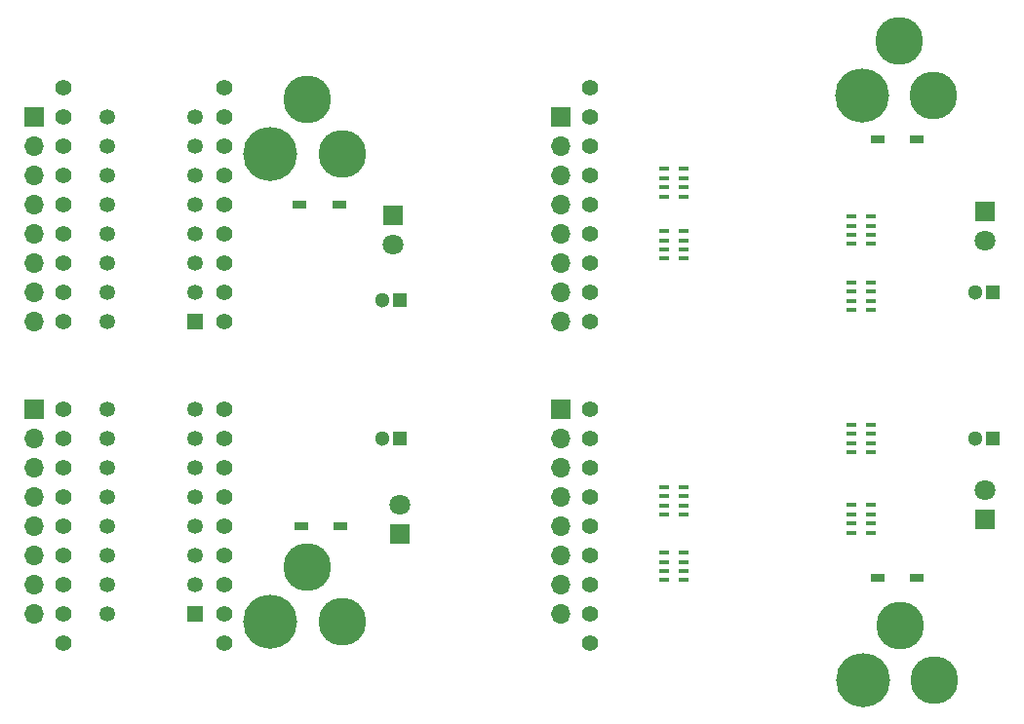
<source format=gbr>
%TF.GenerationSoftware,KiCad,Pcbnew,(6.0.5)*%
%TF.CreationDate,2022-08-11T18:05:33+02:00*%
%TF.ProjectId,Bus Tester,42757320-5465-4737-9465-722e6b696361,rev?*%
%TF.SameCoordinates,Original*%
%TF.FileFunction,Soldermask,Bot*%
%TF.FilePolarity,Negative*%
%FSLAX46Y46*%
G04 Gerber Fmt 4.6, Leading zero omitted, Abs format (unit mm)*
G04 Created by KiCad (PCBNEW (6.0.5)) date 2022-08-11 18:05:33*
%MOMM*%
%LPD*%
G01*
G04 APERTURE LIST*
%ADD10C,1.400000*%
%ADD11R,1.300000X1.300000*%
%ADD12C,1.300000*%
%ADD13C,4.700000*%
%ADD14C,4.150000*%
%ADD15R,1.800000X1.800000*%
%ADD16C,1.800000*%
%ADD17R,1.350000X1.350000*%
%ADD18C,1.350000*%
%ADD19R,1.200000X0.750000*%
%ADD20R,0.900000X0.425000*%
%ADD21R,1.700000X1.700000*%
%ADD22O,1.700000X1.700000*%
G04 APERTURE END LIST*
D10*
%TO.C,RN1*%
X22860000Y-25400000D03*
X22860000Y-27940000D03*
X22860000Y-30480000D03*
X22860000Y-33020000D03*
X22860000Y-35560000D03*
X22860000Y-38100000D03*
X22860000Y-40640000D03*
X22860000Y-43180000D03*
X22860000Y-45720000D03*
%TD*%
D11*
%TO.C,C7*%
X103505000Y-43180000D03*
D12*
X102005000Y-43180000D03*
%TD*%
D13*
%TO.C,J8*%
X92278200Y-76835000D03*
D14*
X95478200Y-72135000D03*
X98478200Y-76835000D03*
%TD*%
D13*
%TO.C,J4*%
X40843200Y-71755000D03*
D14*
X44043200Y-67055000D03*
X47043200Y-71755000D03*
%TD*%
D15*
%TO.C,LED1*%
X52070000Y-64135000D03*
D16*
X52070000Y-61595000D03*
%TD*%
D10*
%TO.C,RN7*%
X68580000Y-25400000D03*
X68580000Y-27940000D03*
X68580000Y-30480000D03*
X68580000Y-33020000D03*
X68580000Y-35560000D03*
X68580000Y-38100000D03*
X68580000Y-40640000D03*
X68580000Y-43180000D03*
X68580000Y-45720000D03*
%TD*%
%TO.C,RN10*%
X68580000Y-53340000D03*
X68580000Y-55880000D03*
X68580000Y-58420000D03*
X68580000Y-60960000D03*
X68580000Y-63500000D03*
X68580000Y-66040000D03*
X68580000Y-68580000D03*
X68580000Y-71120000D03*
X68580000Y-73660000D03*
%TD*%
D17*
%TO.C,DS2*%
X34290000Y-71120000D03*
D18*
X34290000Y-68580000D03*
X34290000Y-66040000D03*
X34290000Y-63500000D03*
X34290000Y-60960000D03*
X34290000Y-58420000D03*
X34290000Y-55880000D03*
X34290000Y-53340000D03*
X26670000Y-53340000D03*
X26670000Y-55880000D03*
X26670000Y-58420000D03*
X26670000Y-60960000D03*
X26670000Y-63500000D03*
X26670000Y-66040000D03*
X26670000Y-68580000D03*
X26670000Y-71120000D03*
%TD*%
D15*
%TO.C,LED2*%
X51435000Y-36512500D03*
D16*
X51435000Y-39052500D03*
%TD*%
D13*
%TO.C,J5*%
X92186000Y-26035000D03*
D14*
X95386000Y-21335000D03*
X98386000Y-26035000D03*
%TD*%
D10*
%TO.C,RN2*%
X36830000Y-25400000D03*
X36830000Y-27940000D03*
X36830000Y-30480000D03*
X36830000Y-33020000D03*
X36830000Y-35560000D03*
X36830000Y-38100000D03*
X36830000Y-40640000D03*
X36830000Y-43180000D03*
X36830000Y-45720000D03*
%TD*%
D17*
%TO.C,DS1*%
X34288000Y-45720000D03*
D18*
X34288000Y-43180000D03*
X34288000Y-40640000D03*
X34288000Y-38100000D03*
X34288000Y-35560000D03*
X34288000Y-33020000D03*
X34288000Y-30480000D03*
X34288000Y-27940000D03*
X26668000Y-27940000D03*
X26668000Y-30480000D03*
X26668000Y-33020000D03*
X26668000Y-35560000D03*
X26668000Y-38100000D03*
X26668000Y-40640000D03*
X26668000Y-43180000D03*
X26668000Y-45720000D03*
%TD*%
D11*
%TO.C,C2*%
X52070000Y-43815000D03*
D12*
X50570000Y-43815000D03*
%TD*%
D13*
%TO.C,J2*%
X40843200Y-31115000D03*
D14*
X44043200Y-26415000D03*
X47043200Y-31115000D03*
%TD*%
D11*
%TO.C,C8*%
X103505000Y-55880000D03*
D12*
X102005000Y-55880000D03*
%TD*%
D10*
%TO.C,RN3*%
X22860000Y-53340000D03*
X22860000Y-55880000D03*
X22860000Y-58420000D03*
X22860000Y-60960000D03*
X22860000Y-63500000D03*
X22860000Y-66040000D03*
X22860000Y-68580000D03*
X22860000Y-71120000D03*
X22860000Y-73660000D03*
%TD*%
D11*
%TO.C,C4*%
X52070000Y-55880000D03*
D12*
X50570000Y-55880000D03*
%TD*%
D15*
%TO.C,LED4*%
X102870000Y-62865000D03*
D16*
X102870000Y-60325000D03*
%TD*%
D15*
%TO.C,LED3*%
X102870000Y-36190000D03*
D16*
X102870000Y-38730000D03*
%TD*%
D10*
%TO.C,RN4*%
X36830000Y-53340000D03*
X36830000Y-55880000D03*
X36830000Y-58420000D03*
X36830000Y-60960000D03*
X36830000Y-63500000D03*
X36830000Y-66040000D03*
X36830000Y-68580000D03*
X36830000Y-71120000D03*
X36830000Y-73660000D03*
%TD*%
D19*
%TO.C,D6*%
X96950000Y-67945000D03*
X93550000Y-67945000D03*
%TD*%
D20*
%TO.C,RN8*%
X92925000Y-36582500D03*
X92925000Y-37382500D03*
X92925000Y-38182500D03*
X92925000Y-38982500D03*
X91225000Y-38982500D03*
X91225000Y-38182500D03*
X91225000Y-37382500D03*
X91225000Y-36582500D03*
%TD*%
D21*
%TO.C,J1*%
X20320000Y-27940000D03*
D22*
X20320000Y-30480000D03*
X20320000Y-33020000D03*
X20320000Y-35560000D03*
X20320000Y-38100000D03*
X20320000Y-40640000D03*
X20320000Y-43180000D03*
X20320000Y-45720000D03*
%TD*%
D20*
%TO.C,RN12*%
X76732500Y-60077500D03*
X76732500Y-60877500D03*
X76732500Y-61677500D03*
X76732500Y-62477500D03*
X75032500Y-62477500D03*
X75032500Y-61677500D03*
X75032500Y-60877500D03*
X75032500Y-60077500D03*
%TD*%
D19*
%TO.C,D3*%
X46897500Y-63500000D03*
X43497500Y-63500000D03*
%TD*%
D20*
%TO.C,RN14*%
X92925000Y-54680000D03*
X92925000Y-55480000D03*
X92925000Y-56280000D03*
X92925000Y-57080000D03*
X91225000Y-57080000D03*
X91225000Y-56280000D03*
X91225000Y-55480000D03*
X91225000Y-54680000D03*
%TD*%
D21*
%TO.C,J7*%
X66040000Y-53340000D03*
D22*
X66040000Y-55880000D03*
X66040000Y-58420000D03*
X66040000Y-60960000D03*
X66040000Y-63500000D03*
X66040000Y-66040000D03*
X66040000Y-68580000D03*
X66040000Y-71120000D03*
%TD*%
D21*
%TO.C,J6*%
X66040000Y-27940000D03*
D22*
X66040000Y-30480000D03*
X66040000Y-33020000D03*
X66040000Y-35560000D03*
X66040000Y-38100000D03*
X66040000Y-40640000D03*
X66040000Y-43180000D03*
X66040000Y-45720000D03*
%TD*%
D19*
%TO.C,D4*%
X96950000Y-29845000D03*
X93550000Y-29845000D03*
%TD*%
D20*
%TO.C,RN6*%
X76732500Y-32455000D03*
X76732500Y-33255000D03*
X76732500Y-34055000D03*
X76732500Y-34855000D03*
X75032500Y-34855000D03*
X75032500Y-34055000D03*
X75032500Y-33255000D03*
X75032500Y-32455000D03*
%TD*%
%TO.C,RN5*%
X76732500Y-37852500D03*
X76732500Y-38652500D03*
X76732500Y-39452500D03*
X76732500Y-40252500D03*
X75032500Y-40252500D03*
X75032500Y-39452500D03*
X75032500Y-38652500D03*
X75032500Y-37852500D03*
%TD*%
D19*
%TO.C,D2*%
X46785000Y-35560000D03*
X43385000Y-35560000D03*
%TD*%
D21*
%TO.C,J3*%
X20320000Y-53340000D03*
D22*
X20320000Y-55880000D03*
X20320000Y-58420000D03*
X20320000Y-60960000D03*
X20320000Y-63500000D03*
X20320000Y-66040000D03*
X20320000Y-68580000D03*
X20320000Y-71120000D03*
%TD*%
D20*
%TO.C,RN11*%
X75032500Y-68192500D03*
X75032500Y-67392500D03*
X75032500Y-66592500D03*
X75032500Y-65792500D03*
X76732500Y-65792500D03*
X76732500Y-66592500D03*
X76732500Y-67392500D03*
X76732500Y-68192500D03*
%TD*%
%TO.C,RN13*%
X92925000Y-61665000D03*
X92925000Y-62465000D03*
X92925000Y-63265000D03*
X92925000Y-64065000D03*
X91225000Y-64065000D03*
X91225000Y-63265000D03*
X91225000Y-62465000D03*
X91225000Y-61665000D03*
%TD*%
%TO.C,RN9*%
X92925000Y-42297500D03*
X92925000Y-43097500D03*
X92925000Y-43897500D03*
X92925000Y-44697500D03*
X91225000Y-44697500D03*
X91225000Y-43897500D03*
X91225000Y-43097500D03*
X91225000Y-42297500D03*
%TD*%
M02*

</source>
